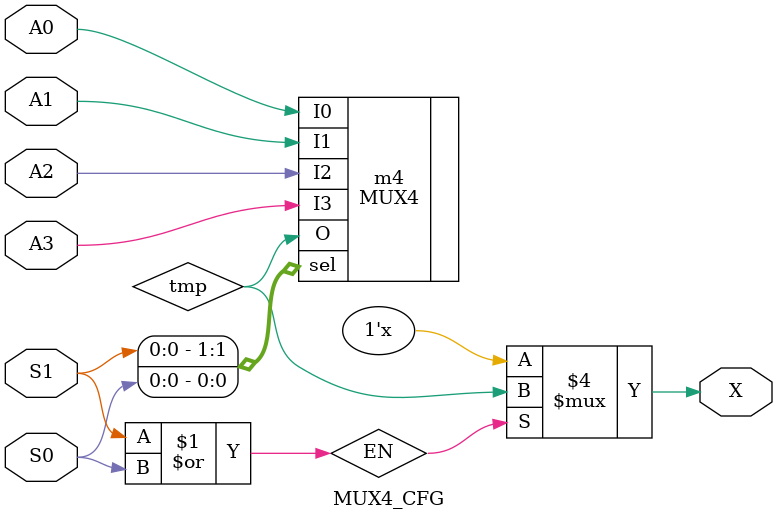
<source format=v>

module MUX4_CFG (
  input  wire A0, A1, A2, A3,
  input  wire S0, S1,
  output reg X
);

  MUX4 m4 (
    .I0(A0),
    .I1(A1),
    .I2(A2),
    .I3(A3),
    .O(tmp),
    .sel({S1, S0})
  );

  wire EN = S1 | S0;

  always @(*) begin
    if (EN)
      X = tmp;
  end

endmodule

</source>
